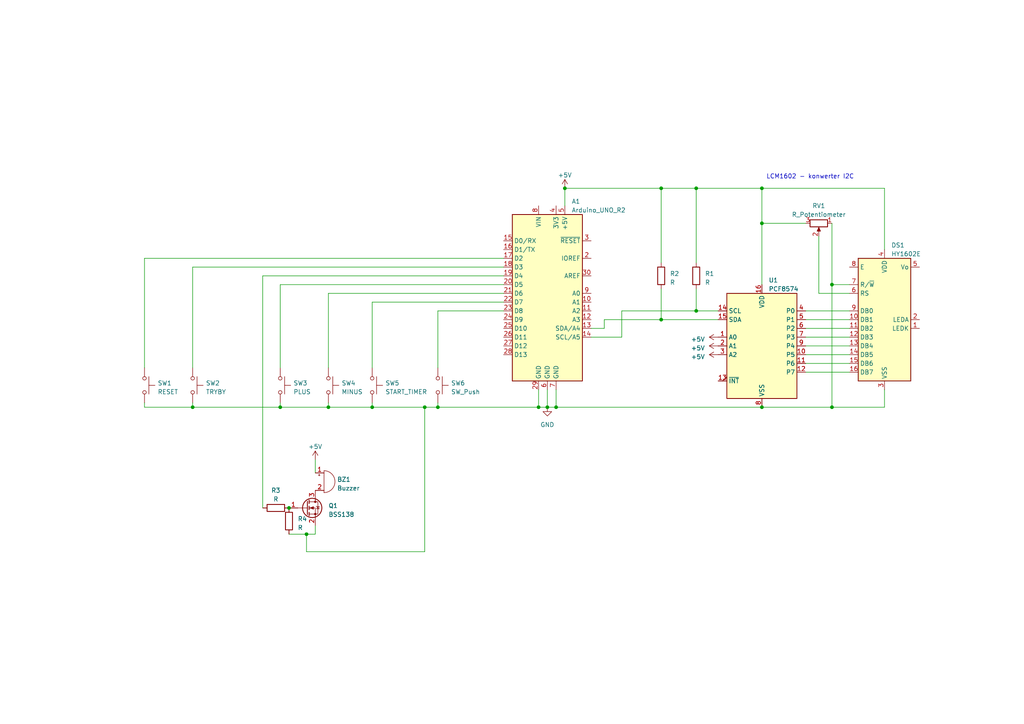
<source format=kicad_sch>
(kicad_sch (version 20230121) (generator eeschema)
  (paper "A4")
  (title_block (title "Zegar na Arduino Uno") (date "2023-06-02") (company "Zuzanna Gorczyca"))
  (lib_symbols
    (symbol "Device:Buzzer" (pin_names (offset 0.0254) hide)
      (property "Reference" "BZ" (at 3.81 1.27 0))
      (property "Value" "Buzzer" (at 3.81 -1.27 0))
      (symbol "Buzzer_0_1"
        (arc (start 0 -3.175) (mid 3.1612 0) (end 0 3.175))
        (polyline (pts (xy -1.651 1.905) (xy -1.143 1.905)))
        (polyline (pts (xy -1.397 2.159) (xy -1.397 1.651)))
        (polyline (pts (xy 0 3.175) (xy 0 -3.175)))
      )
      (symbol "Buzzer_1_1"
        (pin passive line (at -2.54 2.54 0) (length 2.54) (name "-") (number "1"))
        (pin passive line (at -2.54 -2.54 0) (length 2.54) (name "+") (number "2"))
      )
    )
    (symbol "Device:R" (pin_numbers hide) (pin_names (offset 0))
      (property "Reference" "R" (at 2.032 0 90))
      (property "Value" "R" (at 0 0 90))
      (symbol "R_0_1"
        (rectangle (start -1.016 -2.54) (end 1.016 2.54) (stroke (width 0.254)))
      )
      (symbol "R_1_1"
        (pin passive line (at 0 3.81 270) (length 1.27) (name "~") (number "1"))
        (pin passive line (at 0 -3.81 90) (length 1.27) (name "~") (number "2"))
      )
    )
    (symbol "Device:R_Potentiometer" (pin_names (offset 1.016) hide)
      (property "Reference" "RV" (at -4.445 0 90))
      (property "Value" "R_Potentiometer" (at -2.54 0 90))
      (symbol "R_Potentiometer_0_1"
        (polyline (pts (xy 2.54 0) (xy 1.524 0)))
        (polyline (pts (xy 1.143 0) (xy 2.286 0.508) (xy 2.286 -0.508) (xy 1.143 0)) (fill (type outline)))
        (rectangle (start 1.016 2.54) (end -1.016 -2.54) (stroke (width 0.254)))
      )
      (symbol "R_Potentiometer_1_1"
        (pin passive line (at 0 3.81 270) (length 1.27) (name "1") (number "1"))
        (pin passive line (at 3.81 0 180) (length 1.27) (name "2") (number "2"))
        (pin passive line (at 0 -3.81 90) (length 1.27) (name "3") (number "3"))
      )
    )
    (symbol "Display_Character:HY1602E"
      (property "Reference" "DS" (at -6.096 19.05 0))
      (property "Value" "HY1602E" (at 5.08 19.05 0))
      (symbol "HY1602E_0_1"
        (rectangle (start -7.62 17.78) (end 7.62 -17.78) (stroke (width 0.254)) (fill (type background)))
      )
      (symbol "HY1602E_1_1"
        (pin passive line (at 10.16 -2.54 180) (length 2.54) (name "LEDK") (number "1"))
        (pin bidirectional line (at -10.16 0 0) (length 2.54) (name "DB1") (number "10"))
        (pin bidirectional line (at -10.16 -2.54 0) (length 2.54) (name "DB2") (number "11"))
        (pin bidirectional line (at -10.16 -5.08 0) (length 2.54) (name "DB3") (number "12"))
        (pin bidirectional line (at -10.16 -7.62 0) (length 2.54) (name "DB4") (number "13"))
        (pin bidirectional line (at -10.16 -10.16 0) (length 2.54) (name "DB5") (number "14"))
        (pin bidirectional line (at -10.16 -12.7 0) (length 2.54) (name "DB6") (number "15"))
        (pin bidirectional line (at -10.16 -15.24 0) (length 2.54) (name "DB7") (number "16"))
        (pin passive line (at 10.16 0 180) (length 2.54) (name "LEDA") (number "2"))
        (pin power_in line (at 0 -20.32 90) (length 2.54) (name "VSS") (number "3"))
        (pin power_in line (at 0 20.32 270) (length 2.54) (name "VDD") (number "4"))
        (pin input line (at 10.16 15.24 180) (length 2.54) (name "Vo") (number "5"))
        (pin input line (at -10.16 7.62 0) (length 2.54) (name "RS") (number "6"))
        (pin input line (at -10.16 10.16 0) (length 2.54) (name "R/~{W}") (number "7"))
        (pin input line (at -10.16 15.24 0) (length 2.54) (name "E") (number "8"))
        (pin bidirectional line (at -10.16 2.54 0) (length 2.54) (name "DB0") (number "9"))
      )
    )
    (symbol "Interface_Expansion:PCF8574"
      (property "Reference" "U" (at -8.89 16.51 0))
      (property "Value" "PCF8574" (at 2.54 16.51 0))
      (symbol "PCF8574_0_1"
        (rectangle (start -10.16 15.24) (end 10.16 -15.24) (stroke (width 0.254)) (fill (type background)))
      )
      (symbol "PCF8574_1_1"
        (pin input line (at -12.7 2.54 0) (length 2.54) (name "A0") (number "1"))
        (pin bidirectional line (at 12.7 -2.54 180) (length 2.54) (name "P5") (number "10"))
        (pin bidirectional line (at 12.7 -5.08 180) (length 2.54) (name "P6") (number "11"))
        (pin bidirectional line (at 12.7 -7.62 180) (length 2.54) (name "P7") (number "12"))
        (pin open_collector output_low (at -12.7 -10.16 0) (length 2.54) (name "~{INT}") (number "13"))
        (pin input line (at -12.7 10.16 0) (length 2.54) (name "SCL") (number "14"))
        (pin bidirectional line (at -12.7 7.62 0) (length 2.54) (name "SDA") (number "15"))
        (pin power_in line (at 0 17.78 270) (length 2.54) (name "VDD") (number "16"))
        (pin input line (at -12.7 0 0) (length 2.54) (name "A1") (number "2"))
        (pin input line (at -12.7 -2.54 0) (length 2.54) (name "A2") (number "3"))
        (pin bidirectional line (at 12.7 10.16 180) (length 2.54) (name "P0") (number "4"))
        (pin bidirectional line (at 12.7 7.62 180) (length 2.54) (name "P1") (number "5"))
        (pin bidirectional line (at 12.7 5.08 180) (length 2.54) (name "P2") (number "6"))
        (pin bidirectional line (at 12.7 2.54 180) (length 2.54) (name "P3") (number "7"))
        (pin power_in line (at 0 -17.78 90) (length 2.54) (name "VSS") (number "8"))
        (pin bidirectional line (at 12.7 0 180) (length 2.54) (name "P4") (number "9"))
      )
    )
    (symbol "MCU_Module:Arduino_UNO_R2"
      (property "Reference" "A" (at -10.16 23.495 0))
      (property "Value" "Arduino_UNO_R2" (at 5.08 -26.67 0))
      (symbol "Arduino_UNO_R2_0_1"
        (rectangle (start -10.16 22.86) (end 10.16 -25.4) (stroke (width 0.254)) (fill (type background)))
      )
      (symbol "Arduino_UNO_R2_1_1"
        (pin no_connect line (at -10.16 -20.32 0) (length 2.54) hide (name "NC") (number "1"))
        (pin bidirectional line (at 12.7 -2.54 180) (length 2.54) (name "A1") (number "10"))
        (pin bidirectional line (at 12.7 -5.08 180) (length 2.54) (name "A2") (number "11"))
        (pin bidirectional line (at 12.7 -7.62 180) (length 2.54) (name "A3") (number "12"))
        (pin bidirectional line (at 12.7 -10.16 180) (length 2.54) (name "SDA/A4") (number "13"))
        (pin bidirectional line (at 12.7 -12.7 180) (length 2.54) (name "SCL/A5") (number "14"))
        (pin bidirectional line (at -12.7 15.24 0) (length 2.54) (name "D0/RX") (number "15"))
        (pin bidirectional line (at -12.7 12.7 0) (length 2.54) (name "D1/TX") (number "16"))
        (pin bidirectional line (at -12.7 10.16 0) (length 2.54) (name "D2") (number "17"))
        (pin bidirectional line (at -12.7 7.62 0) (length 2.54) (name "D3") (number "18"))
        (pin bidirectional line (at -12.7 5.08 0) (length 2.54) (name "D4") (number "19"))
        (pin output line (at 12.7 10.16 180) (length 2.54) (name "IOREF") (number "2"))
        (pin bidirectional line (at -12.7 2.54 0) (length 2.54) (name "D5") (number "20"))
        (pin bidirectional line (at -12.7 0 0) (length 2.54) (name "D6") (number "21"))
        (pin bidirectional line (at -12.7 -2.54 0) (length 2.54) (name "D7") (number "22"))
        (pin bidirectional line (at -12.7 -5.08 0) (length 2.54) (name "D8") (number "23"))
        (pin bidirectional line (at -12.7 -7.62 0) (length 2.54) (name "D9") (number "24"))
        (pin bidirectional line (at -12.7 -10.16 0) (length 2.54) (name "D10") (number "25"))
        (pin bidirectional line (at -12.7 -12.7 0) (length 2.54) (name "D11") (number "26"))
        (pin bidirectional line (at -12.7 -15.24 0) (length 2.54) (name "D12") (number "27"))
        (pin bidirectional line (at -12.7 -17.78 0) (length 2.54) (name "D13") (number "28"))
        (pin power_in line (at -2.54 -27.94 90) (length 2.54) (name "GND") (number "29"))
        (pin input line (at 12.7 15.24 180) (length 2.54) (name "~{RESET}") (number "3"))
        (pin input line (at 12.7 5.08 180) (length 2.54) (name "AREF") (number "30"))
        (pin power_out line (at 2.54 25.4 270) (length 2.54) (name "3V3") (number "4"))
        (pin power_out line (at 5.08 25.4 270) (length 2.54) (name "+5V") (number "5"))
        (pin power_in line (at 0 -27.94 90) (length 2.54) (name "GND") (number "6"))
        (pin power_in line (at 2.54 -27.94 90) (length 2.54) (name "GND") (number "7"))
        (pin power_in line (at -2.54 25.4 270) (length 2.54) (name "VIN") (number "8"))
        (pin bidirectional line (at 12.7 0 180) (length 2.54) (name "A0") (number "9"))
      )
    )
    (symbol "Switch:SW_Push" (pin_numbers hide) (pin_names (offset 1.016) hide)
      (property "Reference" "SW" (at 1.27 2.54 0))
      (property "Value" "SW_Push" (at 0 -1.524 0))
      (symbol "SW_Push_0_1"
        (circle (center -2.032 0) (radius 0.508))
        (polyline (pts (xy 0 1.27) (xy 0 3.048)))
        (polyline (pts (xy 2.54 1.27) (xy -2.54 1.27)))
        (circle (center 2.032 0) (radius 0.508))
        (pin passive line (at -5.08 0 0) (length 2.54) (name "1") (number "1"))
        (pin passive line (at 5.08 0 180) (length 2.54) (name "2") (number "2"))
      )
    )
    (symbol "Transistor_FET:BSS138" (pin_names hide)
      (property "Reference" "Q" (at 5.08 1.905 0))
      (property "Value" "BSS138" (at 5.08 0 0))
      (symbol "BSS138_0_1"
        (polyline (pts (xy 0.254 0) (xy -2.54 0)))
        (polyline (pts (xy 0.254 1.905) (xy 0.254 -1.905)) (stroke (width 0.254)))
        (polyline (pts (xy 0.762 -1.27) (xy 0.762 -2.286)) (stroke (width 0.254)))
        (polyline (pts (xy 0.762 0.508) (xy 0.762 -0.508)) (stroke (width 0.254)))
        (polyline (pts (xy 0.762 2.286) (xy 0.762 1.27)) (stroke (width 0.254)))
        (polyline (pts (xy 2.54 2.54) (xy 2.54 1.778)))
        (polyline (pts (xy 2.54 -2.54) (xy 2.54 0) (xy 0.762 0)))
        (polyline (pts (xy 0.762 -1.778) (xy 3.302 -1.778) (xy 3.302 1.778) (xy 0.762 1.778)))
        (polyline (pts (xy 1.016 0) (xy 2.032 0.381) (xy 2.032 -0.381) (xy 1.016 0)) (fill (type outline)))
        (polyline (pts (xy 2.794 0.508) (xy 2.921 0.381) (xy 3.683 0.381) (xy 3.81 0.254)))
        (polyline (pts (xy 3.302 0.381) (xy 2.921 -0.254) (xy 3.683 -0.254) (xy 3.302 0.381)))
        (circle (center 1.651 0) (radius 2.794) (stroke (width 0.254)))
        (circle (center 2.54 -1.778) (radius 0.254) (fill (type outline)))
        (circle (center 2.54 1.778) (radius 0.254) (fill (type outline)))
      )
      (symbol "BSS138_1_1"
        (pin input line (at -5.08 0 0) (length 2.54) (name "G") (number "1"))
        (pin passive line (at 2.54 -5.08 90) (length 2.54) (name "S") (number "2"))
        (pin passive line (at 2.54 5.08 270) (length 2.54) (name "D") (number "3"))
      )
    )
    (symbol "power:+5V" (power) (pin_names (offset 0))
      (property "Value" "+5V" (at 0 3.556 0))
      (symbol "+5V_0_1"
        (polyline (pts (xy -0.762 1.27) (xy 0 2.54)))
        (polyline (pts (xy 0 0) (xy 0 2.54)))
        (polyline (pts (xy 0 2.54) (xy 0.762 1.27)))
      )
      (symbol "+5V_1_1"
        (pin power_in line (at 0 0 90) (length 0) hide (name "+5V") (number "1"))
      )
    )
    (symbol "power:GND" (power) (pin_names (offset 0))
      (property "Value" "GND" (at 0 -3.81 0))
      (symbol "GND_0_1"
        (polyline (pts (xy 0 0) (xy 0 -1.27) (xy 1.27 -1.27) (xy 0 -2.54) (xy -1.27 -1.27) (xy 0 -1.27)))
      )
      (symbol "GND_1_1"
        (pin power_in line (at 0 0 270) (length 0) hide (name "GND") (number "1"))
      )
    )
  )
  (junction (at 83.82 147.32))
  (junction (at 220.98 54.61))
  (junction (at 81.28 118.11))
  (junction (at 201.93 54.61))
  (junction (at 55.88 118.11))
  (junction (at 191.77 92.71))
  (junction (at 123.19 118.11))
  (junction (at 220.98 118.11))
  (junction (at 107.95 118.11))
  (junction (at 220.98 64.77))
  (junction (at 191.77 54.61))
  (junction (at 241.3 82.55))
  (junction (at 95.25 118.11))
  (junction (at 163.83 54.61))
  (junction (at 241.3 118.11))
  (junction (at 161.29 118.11))
  (junction (at 156.21 118.11))
  (junction (at 127 118.11))
  (junction (at 88.9 154.94))
  (junction (at 158.75 118.11))
  (junction (at 201.93 90.17))
  (wire (pts (xy 233.68 95.25) (xy 246.38 95.25)))
  (wire (pts (xy 107.95 87.63) (xy 146.05 87.63)))
  (wire (pts (xy 220.98 64.77) (xy 233.68 64.77)))
  (wire (pts (xy 55.88 116.84) (xy 55.88 118.11)))
  (wire (pts (xy 233.68 92.71) (xy 246.38 92.71)))
  (wire (pts (xy 233.68 97.79) (xy 246.38 97.79)))
  (wire (pts (xy 233.68 102.87) (xy 246.38 102.87)))
  (wire (pts (xy 107.95 116.84) (xy 107.95 118.11)))
  (wire (pts (xy 95.25 85.09) (xy 146.05 85.09)))
  (wire (pts (xy 88.9 154.94) (xy 88.9 160.02)))
  (wire (pts (xy 220.98 64.77) (xy 220.98 54.61)))
  (wire (pts (xy 241.3 82.55) (xy 246.38 82.55)))
  (wire (pts (xy 201.93 83.82) (xy 201.93 90.17)))
  (wire (pts (xy 41.91 116.84) (xy 41.91 118.11)))
  (wire (pts (xy 81.28 82.55) (xy 146.05 82.55)))
  (wire (pts (xy 241.3 118.11) (xy 256.54 118.11)))
  (wire (pts (xy 201.93 76.2) (xy 201.93 54.61)))
  (wire (pts (xy 191.77 92.71) (xy 208.28 92.71)))
  (wire (pts (xy 88.9 160.02) (xy 123.19 160.02)))
  (wire (pts (xy 81.28 106.68) (xy 81.28 82.55)))
  (wire (pts (xy 55.88 118.11) (xy 81.28 118.11)))
  (wire (pts (xy 156.21 118.11) (xy 158.75 118.11)))
  (wire (pts (xy 107.95 118.11) (xy 123.19 118.11)))
  (wire (pts (xy 158.75 113.03) (xy 158.75 118.11)))
  (wire (pts (xy 256.54 54.61) (xy 220.98 54.61)))
  (wire (pts (xy 55.88 106.68) (xy 55.88 77.47)))
  (wire (pts (xy 95.25 106.68) (xy 95.25 85.09)))
  (wire (pts (xy 163.83 54.61) (xy 163.83 59.69)))
  (wire (pts (xy 83.82 154.94) (xy 88.9 154.94)))
  (wire (pts (xy 41.91 118.11) (xy 55.88 118.11)))
  (wire (pts (xy 163.83 54.61) (xy 191.77 54.61)))
  (wire (pts (xy 256.54 113.03) (xy 256.54 118.11)))
  (wire (pts (xy 81.28 118.11) (xy 95.25 118.11)))
  (wire (pts (xy 191.77 83.82) (xy 191.77 92.71)))
  (wire (pts (xy 41.91 74.93) (xy 146.05 74.93)))
  (wire (pts (xy 220.98 118.11) (xy 161.29 118.11)))
  (wire (pts (xy 180.34 90.17) (xy 180.34 97.79)))
  (wire (pts (xy 180.34 90.17) (xy 201.93 90.17)))
  (wire (pts (xy 76.2 80.01) (xy 146.05 80.01)))
  (wire (pts (xy 237.49 85.09) (xy 246.38 85.09)))
  (wire (pts (xy 233.68 107.95) (xy 246.38 107.95)))
  (wire (pts (xy 191.77 54.61) (xy 201.93 54.61)))
  (wire (pts (xy 107.95 106.68) (xy 107.95 87.63)))
  (wire (pts (xy 127 106.68) (xy 127 90.17)))
  (wire (pts (xy 220.98 82.55) (xy 220.98 64.77)))
  (wire (pts (xy 233.68 90.17) (xy 246.38 90.17)))
  (wire (pts (xy 76.2 147.32) (xy 76.2 80.01)))
  (wire (pts (xy 88.9 154.94) (xy 91.44 154.94)))
  (wire (pts (xy 233.68 105.41) (xy 246.38 105.41)))
  (wire (pts (xy 158.75 118.11) (xy 161.29 118.11)))
  (wire (pts (xy 175.26 92.71) (xy 191.77 92.71)))
  (wire (pts (xy 175.26 95.25) (xy 175.26 92.71)))
  (wire (pts (xy 81.28 116.84) (xy 81.28 118.11)))
  (wire (pts (xy 241.3 64.77) (xy 241.3 82.55)))
  (wire (pts (xy 156.21 113.03) (xy 156.21 118.11)))
  (wire (pts (xy 95.25 118.11) (xy 107.95 118.11)))
  (wire (pts (xy 127 90.17) (xy 146.05 90.17)))
  (wire (pts (xy 55.88 77.47) (xy 146.05 77.47)))
  (wire (pts (xy 171.45 95.25) (xy 175.26 95.25)))
  (wire (pts (xy 241.3 82.55) (xy 241.3 118.11)))
  (wire (pts (xy 201.93 90.17) (xy 208.28 90.17)))
  (wire (pts (xy 191.77 54.61) (xy 191.77 76.2)))
  (wire (pts (xy 123.19 160.02) (xy 123.19 118.11)))
  (wire (pts (xy 220.98 118.11) (xy 241.3 118.11)))
  (wire (pts (xy 41.91 106.68) (xy 41.91 74.93)))
  (wire (pts (xy 127 118.11) (xy 123.19 118.11)))
  (wire (pts (xy 233.68 100.33) (xy 246.38 100.33)))
  (wire (pts (xy 127 116.84) (xy 127 118.11)))
  (wire (pts (xy 95.25 116.84) (xy 95.25 118.11)))
  (wire (pts (xy 201.93 54.61) (xy 220.98 54.61)))
  (wire (pts (xy 91.44 133.35) (xy 91.44 137.16)))
  (wire (pts (xy 127 118.11) (xy 156.21 118.11)))
  (wire (pts (xy 161.29 118.11) (xy 161.29 113.03)))
  (wire (pts (xy 256.54 72.39) (xy 256.54 54.61)))
  (wire (pts (xy 91.44 152.4) (xy 91.44 154.94)))
  (wire (pts (xy 237.49 68.58) (xy 237.49 85.09)))
  (wire (pts (xy 180.34 97.79) (xy 171.45 97.79)))
  (text "LCM1602 - konwerter I2C" (at 222.25 52.07 0) (effects (font (size 1.27 1.27)) (justify left bottom)))
  (text "(lib_symbols\n  (symbol \"Device:Buzzer\" (pin_names (offset 0.0254) hide) (in_bom yes) (on_board yes)\n    (property \"Reference\" \"BZ\" (at 3.81 1.27 0)\n      (effects (font (size 1.27 1.27)) (justify left))\n    )\n    (property \"Value\" \"Buzzer\" (at 3.81 -1.27 0)\n      (effects (font (size 1.27 1.27)) (justify left))\n    )\n    (property \"Footprint\" \"\" (at -0.635 2.54 90)\n      (effects (font (size 1.27 1.27)) hide)\n    )\n    (property \"Datasheet\" \"~\" (at -0.635 2.54 90)\n      (effects (font (size 1.27 1.27)) hide)\n    )\n    (property \"ki_keywords\" \"quartz resonator ceramic\" (at 0 0 0)\n      (effects (font (size 1.27 1.27)) hide)\n    )\n    (property \"ki_description\" \"Buzzer, polarized\" (at 0 0 0)\n      (effects (font (size 1.27 1.27)) hide)\n    )\n    (property \"ki_fp_filters\" \"Buzzer\" (at 0 0 0)\n      (effects (font (size 1.27 1.27)) hide)\n    )\n    (symbol \"Buzzer_0_1\"\n      (arc (start 0 -3.175) (mid 3.1612 0) (end 0 3.175)\n        (stroke (width 0) (type default))\n        (fill (type none))\n      )\n      (polyline\n        (pts\n          (xy -1.651 1.905)\n          (xy -1.143 1.905)\n        )\n        (stroke (width 0) (type default))\n        (fill (type none))\n      )\n      (polyline\n        (pts\n          (xy -1.397 2.159)\n          (xy -1.397 1.651)\n        )\n        (stroke (width 0) (type default))\n        (fill (type none))\n      )\n      (polyline\n        (pts\n          (xy 0 3.175)\n          (xy 0 -3.175)\n        )\n        (stroke (width 0) (type default))\n        (fill (type none))\n      )\n    )\n    (symbol \"Buzzer_1_1\"\n      (pin passive line (at -2.54 2.54 0) (length 2.54)\n        (name \"-\" (effects (font (size 1.27 1.27))))\n        (number \"1\" (effects (font (size 1.27 1.27))))\n      )\n      (pin passive line (at -2.54 -2.54 0) (length 2.54)\n        (name \"+\" (effects (font (size 1.27 1.27))))\n        (number \"2\" (effects (font (size 1.27 1.27))))\n      )\n    )\n  )\n  (symbol \"Device:R\" (pin_numbers hide) (pin_names (offset 0)) (in_bom yes) (on_board yes)\n    (property \"Reference\" \"R\" (at 2.032 0 90)\n      (effects (font (size 1.27 1.27)))\n    )\n    (property \"Value\" \"R\" (at 0 0 90)\n      (effects (font (size 1.27 1.27)))\n    )\n    (property \"Footprint\" \"\" (at -1.778 0 90)\n      (effects (font (size 1.27 1.27)) hide)\n    )\n    (property \"Datasheet\" \"~\" (at 0 0 0)\n      (effects (font (size 1.27 1.27)) hide)\n    )\n    (property \"ki_keywords\" \"R res resistor\" (at 0 0 0)\n      (effects (font (size 1.27 1.27)) hide)\n    )\n    (property \"ki_description\" \"Resistor\" (at 0 0 0)\n      (effects (font (size 1.27 1.27)) hide)\n    )\n    (property \"ki_fp_filters\" \"R_*\" (at 0 0 0)\n      (effects (font (size 1.27 1.27)) hide)\n    )\n    (symbol \"R_0_1\"\n      (rectangle (start -1.016 -2.54) (end 1.016 2.54)\n        (stroke (width 0.254) (type default))\n        (fill (type none))\n      )\n    )\n    (symbol \"R_1_1\"\n      (pin passive line (at 0 3.81 270) (length 1.27)\n        (name \"~\" (effects (font (size 1.27 1.27))))\n        (number \"1\" (effects (font (size 1.27 1.27))))\n      )\n      (pin passive line (at 0 -3.81 90) (length 1.27)\n        (name \"~\" (effects (font (size 1.27 1.27))))\n        (number \"2\" (effects (font (size 1.27 1.27))))\n      )\n    )\n  )\n  (symbol \"Transistor_FET:BSS138\" (pin_names hide) (in_bom yes) (on_board yes)\n    (property \"Reference\" \"Q\" (at 5.08 1.905 0)\n      (effects (font (size 1.27 1.27)) (justify left))\n    )\n    (property \"Value\" \"BSS138\" (at 5.08 0 0)\n      (effects (font (size 1.27 1.27)) (justify left))\n    )\n    (property \"Footprint\" \"Package_TO_SOT_SMD:SOT-23\" (at 5.08 -1.905 0)\n      (effects (font (size 1.27 1.27) italic) (justify left) hide)\n    )\n    (property \"Datasheet\" \"https://www.onsemi.com/pub/Collateral/BSS138-D.PDF\" (at 0 0 0)\n      (effects (font (size 1.27 1.27)) (justify left) hide)\n    )\n    (property \"ki_keywords\" \"N-Channel MOSFET\" (at 0 0 0)\n      (effects (font (size 1.27 1.27)) hide)\n    )\n    (property \"ki_description\" \"50V Vds, 0.22A Id, N-Channel MOSFET, SOT-23\" (at 0 0 0)\n      (effects (font (size 1.27 1.27)) hide)\n    )\n    (property \"ki_fp_filters\" \"SOT?23*\" (at 0 0 0)\n      (effects (font (size 1.27 1.27)) hide)\n    )\n    (symbol \"BSS138_0_1\"\n      (polyline\n        (pts\n          (xy 0.254 0)\n          (xy -2.54 0)\n        )\n        (stroke (width 0) (type default))\n        (fill (type none))\n      )\n      (polyline\n        (pts\n          (xy 0.254 1.905)\n          (xy 0.254 -1.905)\n        )\n        (stroke (width 0.254) (type default))\n        (fill (type none))\n      )\n      (polyline\n        (pts\n          (xy 0.762 -1.27)\n          (xy 0.762 -2.286)\n        )\n        (stroke (width 0.254) (type default))\n        (fill (type none))\n      )\n      (polyline\n        (pts\n          (xy 0.762 0.508)\n          (xy 0.762 -0.508)\n        )\n        (stroke (width 0.254) (type default))\n        (fill (type none))\n      )\n      (polyline\n        (pts\n          (xy 0.762 2.286)\n          (xy 0.762 1.27)\n        )\n        (stroke (width 0.254) (type default))\n        (fill (type none))\n      )\n      (polyline\n        (pts\n          (xy 2.54 2.54)\n          (xy 2.54 1.778)\n        )\n        (stroke (width 0) (type default))\n        (fill (type none))\n      )\n      (polyline\n        (pts\n          (xy 2.54 -2.54)\n          (xy 2.54 0)\n          (xy 0.762 0)\n        )\n        (stroke (width 0) (type default))\n        (fill (type none))\n      )\n      (polyline\n        (pts\n          (xy 0.762 -1.778)\n          (xy 3.302 -1.778)\n          (xy 3.302 1.778)\n          (xy 0.762 1.778)\n        )\n        (stroke (width 0) (type default))\n        (fill (type none))\n      )\n      (polyline\n        (pts\n          (xy 1.016 0)\n          (xy 2.032 0.381)\n          (xy 2.032 -0.381)\n          (xy 1.016 0)\n        )\n        (stroke (width 0) (type default))\n        (fill (type outline))\n      )\n      (polyline\n        (pts\n          (xy 2.794 0.508)\n          (xy 2.921 0.381)\n          (xy 3.683 0.381)\n          (xy 3.81 0.254)\n        )\n        (stroke (width 0) (type default))\n        (fill (type none))\n      )\n      (polyline\n        (pts\n          (xy 3.302 0.381)\n          (xy 2.921 -0.254)\n          (xy 3.683 -0.254)\n          (xy 3.302 0.381)\n        )\n        (stroke (width 0) (type default))\n        (fill (type none))\n      )\n      (circle (center 1.651 0) (radius 2.794)\n        (stroke (width 0.254) (type default))\n        (fill (type none))\n      )\n      (circle (center 2.54 -1.778) (radius 0.254)\n        (stroke (width 0) (type default))\n        (fill (type outline))\n      )\n      (circle (center 2.54 1.778) (radius 0.254)\n        (stroke (width 0) (type default))\n        (fill (type outline))\n      )\n    )\n    (symbol \"BSS138_1_1\"\n      (pin input line (at -5.08 0 0) (length 2.54)\n        (name \"G\" (effects (font (size 1.27 1.27))))\n        (number \"1\" (effects (font (size 1.27 1.27))))\n      )\n      (pin passive line (at 2.54 -5.08 90) (length 2.54)\n        (name \"S\" (effects (font (size 1.27 1.27))))\n        (number \"2\" (effects (font (size 1.27 1.27))))\n      )\n      (pin passive line (at 2.54 5.08 270) (length 2.54)\n        (name \"D\" (effects (font (size 1.27 1.27))))\n        (number \"3\" (effects (font (size 1.27 1.27))))\n      )\n    )\n  )\n  (symbol \"power:+5V\" (power) (pin_names (offset 0)) (in_bom yes) (on_board yes)\n    (property \"Reference\" \"#PWR\" (at 0 -3.81 0)\n      (effects (font (size 1.27 1.27)) hide)\n    )\n    (property \"Value\" \"+5V\" (at 0 3.556 0)\n      (effects (font (size 1.27 1.27)))\n    )\n    (property \"Footprint\" \"\" (at 0 0 0)\n      (effects (font (size 1.27 1.27)) hide)\n    )\n    (property \"Datasheet\" \"\" (at 0 0 0)\n      (effects (font (size 1.27 1.27)) hide)\n    )\n    (property \"ki_keywords\" \"global power\" (at 0 0 0)\n      (effects (font (size 1.27 1.27)) hide)\n    )\n    (property \"ki_description\" \"Power symbol creates a global label with name \\\"+5V\\\"\" (at 0 0 0)\n      (effects (font (size 1.27 1.27)) hide)\n    )\n    (symbol \"+5V_0_1\"\n      (polyline\n        (pts\n          (xy -0.762 1.27)\n          (xy 0 2.54)\n        )\n        (stroke (width 0) (type default))\n        (fill (type none))\n      )\n      (polyline\n        (pts\n          (xy 0 0)\n          (xy 0 2.54)\n        )\n        (stroke (width 0) (type default))\n        (fill (type none))\n      )\n      (polyline\n        (pts\n          (xy 0 2.54)\n          (xy 0.762 1.27)\n        )\n        (stroke (width 0) (type default))\n        (fill (type none))\n      )\n    )\n    (symbol \"+5V_1_1\"\n      (pin power_in line (at 0 0 90) (length 0) hide\n        (name \"+5V\" (effects (font (size 1.27 1.27))))\n        (number \"1\" (effects (font (size 1.27 1.27))))\n      )\n    )\n  )\n)\n\n(junction (at 217.17 144.78) (diameter 0) (color 0 0 0 0)\n  (uuid b24d92fd-561b-429d-a004-aae53b09fff2)\n)\n(junction (at 217.17 152.4) (diameter 0) (color 0 0 0 0)\n  (uuid e16de6a4-fde7-4c0a-90d2-7139cc717f53)\n)\n(wire (pts (xy 217.17 152.4) (xy 224.79 152.4))\n  (stroke (width 0) (type default))\n  (uuid 090843a9-7ad5-4e45-8f11-869aa2949ebc)\n)\n(wire (pts (xy 224.79 130.81) (xy 224.79 134.62))\n  (stroke (width 0) (type default))\n  (uuid 00002052-8ebc-4c22-9457-e21c41869ad3)\n)\n(wire (pts (xy 224.79 149.86) (xy 224.79 152.4))\n  (stroke (width 0) (type default))\n  (uuid 7ec44269-d7aa-46e3-af09-18936c0a60dc)\n)\n(symbol (lib_id \"Device:R\") (at 217.17 148.59 0) (unit 1)\n  (in_bom yes) (on_board yes) (dnp no) (fields_autoplaced)\n  (uuid 1b6b1c3e-0db5-434d-9daa-860e50b05765)\n  (property \"Reference\" \"R2\" (at 219.71 147.955 0)\n    (effects (font (size 1.27 1.27)) (justify left))\n  )\n  (property \"Value\" \"R\" (at 219.71 150.495 0)\n    (effects (font (size 1.27 1.27)) (justify left))\n  )\n  (property \"Footprint\" \"\" (at 215.392 148.59 90)\n    (effects (font (size 1.27 1.27)) hide)\n  )\n  (property \"Datasheet\" \"~\" (at 217.17 148.59 0)\n    (effects (font (size 1.27 1.27)) hide)\n  )\n  (pin \"1\" (uuid 5ca0a56d-a67e-4878-b518-69706427a1d6))\n  (pin \"2\" (uuid 30ac4bf6-2df2-42d9-a5ad-62dddbccece1))\n  (instances\n    (project \"Lab_2\"\n      (path \"/9042a2b3-f561-4c03-a7ab-953c9bb6cd4a\"\n        (reference \"R2\") (unit 1)\n      )\n    )\n  )\n)\n(symbol (lib_id \"Transistor_FET:BSS138\") (at 222.25 144.78 0) (unit 1)\n  (in_bom yes) (on_board yes) (dnp no) (fields_autoplaced)\n  (uuid aed336c1-006c-44a6-b2a9-c3678fa94312)\n  (property \"Reference\" \"Q1\" (at 228.6 144.145 0)\n    (effects (font (size 1.27 1.27)) (justify left))\n  )\n  (property \"Value\" \"BSS138\" (at 228.6 146.685 0)\n    (effects (font (size 1.27 1.27)) (justify left))\n  )\n  (property \"Footprint\" \"Package_TO_SOT_SMD:SOT-23\" (at 227.33 146.685 0)\n    (effects (font (size 1.27 1.27) italic) (justify left) hide)\n  )\n  (property \"Datasheet\" \"https://www.onsemi.com/pub/Collateral/BSS138-D.PDF\" (at 222.25 144.78 0)\n    (effects (font (size 1.27 1.27)) (justify left) hide)\n  )\n  (pin \"1\" (uuid d434ebf6-98e9-4a8b-b4d0-6356e6efbacc))\n  (pin \"2\" (uuid b809b9f0-0a25-4217-b42c-14b7b049e8ca))\n  (pin \"3\" (uuid 1591afda-b10b-42c9-91b9-0fd88b2b8249))\n  (instances\n    (project \"Lab_2\"\n      (path \"/9042a2b3-f561-4c03-a7ab-953c9bb6cd4a\"\n        (reference \"Q1\") (unit 1)\n      )\n    )\n  )\n)\n(symbol (lib_id \"Device:R\") (at 213.36 144.78 90) (unit 1)\n  (in_bom yes) (on_board yes) (dnp no) (fields_autoplaced)\n  (uuid c21a035f-78e6-4606-afef-fc0a5b33fa4b)\n  (property \"Reference\" \"R1\" (at 213.36 139.7 90)\n    (effects (font (size 1.27 1.27)))\n  )\n  (property \"Value\" \"R\" (at 213.36 142.24 90)\n    (effects (font (size 1.27 1.27)))\n  )\n  (property \"Footprint\" \"\" (at 213.36 146.558 90)\n    (effects (font (size 1.27 1.27)) hide)\n  )\n  (property \"Datasheet\" \"~\" (at 213.36 144.78 0)\n    (effects (font (size 1.27 1.27)) hide)\n  )\n  (pin \"1\" (uuid e7fe8c32-0830-4de4-9bfc-75c498107ec0))\n  (pin \"2\" (uuid f025d45b-8e8f-4e57-ade5-a2df44b274d0))\n  (instances\n    (project \"Lab_2\"\n      (path \"/9042a2b3-f561-4c03-a7ab-953c9bb6cd4a\"\n        (reference \"R1\") (unit 1)\n      )\n    )\n  )\n)\n(symbol (lib_id \"power:+5V\") (at 224.79 130.81 0) (unit 1)\n  (in_bom yes) (on_board yes) (dnp no) (fields_autoplaced)\n  (uuid ee8d62d5-20e1-455c-8de8-17ed73ad3503)\n  (property \"Reference\" \"#PWR011\" (at 224.79 134.62 0)\n    (effects (font (size 1.27 1.27)) hide)\n  )\n  (property \"Value\" \"+5V\" (at 224.79 127 0)\n    (effects (font (size 1.27 1.27)))\n  )\n  (property \"Footprint\" \"\" (at 224.79 130.81 0)\n    (effects (font (size 1.27 1.27)) hide)\n  )\n  (property \"Datasheet\" \"\" (at 224.79 130.81 0)\n    (effects (font (size 1.27 1.27)) hide)\n  )\n  (pin \"1\" (uuid 74c8ee10-004d-486b-af87-7848e3aa4dcc))\n  (instances\n    (project \"Lab_2\"\n      (path \"/9042a2b3-f561-4c03-a7ab-953c9bb6cd4a\"\n        (reference \"#PWR011\") (unit 1)\n      )\n    )\n  )\n)\n(symbol (lib_id \"Device:Buzzer\") (at 227.33 137.16 0) (unit 1)\n  (in_bom yes) (on_board yes) (dnp no)\n  (uuid 9e6af4d4-eec9-4fbc-b2e9-af1dd0b01e62)\n  (property \"Reference\" \"BZ1\" (at 231.14 136.525 0)\n    (effects (font (size 1.27 1.27)) (justify left))\n  )\n  (property \"Value\" \"Buzzer\" (at 231.14 139.065 0)\n    (effects (font (size 1.27 1.27)) (justify left))\n  )\n  (property \"Footprint\" \"\" (at 226.695 134.62 90)\n    (effects (font (size 1.27 1.27)) hide)\n  )\n  (property \"Datasheet\" \"~\" (at 226.695 134.62 90)\n    (effects (font (size 1.27 1.27)) hide)\n  )\n  (pin \"1\" (uuid 955d86ef-f561-4f0e-8e9a-ccb12a2018c5))\n  (pin \"2\" (uuid e2de6c21-bcb3-43b7-918d-32e2d1189683))\n  (instances\n    (project \"Lab_2\"\n      (path \"/9042a2b3-f561-4c03-a7ab-953c9bb6cd4a\"\n        (reference \"BZ1\") (unit 1)\n      )\n    )\n  )\n)\nNapisz do: Maciek Danik\n\n\nMosiek wysłał(a),\n(lib_symbols (symbol \"Device:Buzzer\" (pin_names (offset 0.0254) hide) (in_bom yes) (on_board yes) (property \"Reference\" \"BZ\" (at 3.81 1.27 0) (effects (font (size 1.27 1.27)) (justify left))" (at -21.59 -21.59 0) (effects (font (size 1.27 1.27)) (justify left bottom)))
  (symbol (lib_id "Switch:SW_Push") (at 41.91 111.76 270) (unit 1)
    (property "Reference" "SW1" (at 45.72 111.125 90) (effects (justify left)))
    (property "Value" "RESET" (at 45.72 113.665 90) (effects (justify left)))
  )
  (symbol (lib_id "Device:Buzzer") (at 93.98 139.7 0) (unit 1)
    (property "Reference" "BZ1" (at 97.79 139.065 0) (effects (justify left)))
    (property "Value" "Buzzer" (at 97.79 141.605 0) (effects (justify left)))
  )
  (symbol (lib_id "Switch:SW_Push") (at 95.25 111.76 270) (unit 1)
    (property "Reference" "SW4" (at 99.06 111.125 90) (effects (justify left)))
    (property "Value" "MINUS" (at 99.06 113.665 90) (effects (justify left)))
  )
  (symbol (lib_id "Device:R") (at 201.93 80.01 0) (unit 1)
    (property "Reference" "R1" (at 204.47 79.375 0) (effects (justify left)))
    (property "Value" "R" (at 204.47 81.915 0) (effects (justify left)))
  )
  (symbol (lib_id "power:+5V") (at 163.83 54.61 0) (unit 1)
    (property "Reference" "#PWR01" (effects hide))
    (property "Value" "+5V" (at 163.83 50.8 0))
  )
  (symbol (lib_id "Display_Character:HY1602E") (at 256.54 92.71 0) (unit 1)
    (property "Reference" "DS1" (at 258.4959 71.12 0) (effects (justify left)))
    (property "Value" "HY1602E" (at 258.4959 73.66 0) (effects (justify left)))
    (property "Footprint" "Display:HY1602E" (effects hide))
    (property "Datasheet" "http://www.icbank.com/data/ICBShop/board/HY1602E.pdf" (effects hide))
  )
  (symbol (lib_id "power:+5V") (at 91.44 133.35 0) (unit 1)
    (property "Reference" "#PWR06" (effects hide))
    (property "Value" "+5V" (at 91.44 129.54 0))
  )
  (symbol (lib_id "Transistor_FET:BSS138") (at 88.9 147.32 0) (unit 1)
    (property "Reference" "Q1" (at 95.25 146.685 0) (effects (justify left)))
    (property "Value" "BSS138" (at 95.25 149.225 0) (effects (justify left)))
    (property "Footprint" "Package_TO_SOT_SMD:SOT-23" (effects hide))
    (property "Datasheet" "https://www.onsemi.com/pub/Collateral/BSS138-D.PDF" (effects hide))
  )
  (symbol (lib_id "MCU_Module:Arduino_UNO_R2") (at 158.75 85.09 0) (unit 1)
    (property "Reference" "A1" (at 165.7859 58.42 0) (effects (justify left)))
    (property "Value" "Arduino_UNO_R2" (at 165.7859 60.96 0) (effects (justify left)))
    (property "Footprint" "Module:Arduino_UNO_R2" (effects hide))
    (property "Datasheet" "https://www.arduino.cc/en/Main/arduinoBoardUno" (effects hide))
  )
  (symbol (lib_id "power:GND") (at 158.75 118.11 0) (unit 1)
    (property "Reference" "#PWR05" (effects hide))
    (property "Value" "GND" (at 158.75 123.19 0))
  )
  (symbol (lib_id "Switch:SW_Push") (at 55.88 111.76 270) (unit 1)
    (property "Reference" "SW2" (at 59.69 111.125 90) (effects (justify left)))
    (property "Value" "TRYBY" (at 59.69 113.665 90) (effects (justify left)))
  )
  (symbol (lib_id "power:+5V") (at 208.28 102.87 90) (unit 1)
    (property "Reference" "#PWR04" (effects hide))
    (property "Value" "+5V" (at 204.47 103.505 90) (effects (justify left)))
  )
  (symbol (lib_id "Switch:SW_Push") (at 127 111.76 270) (unit 1)
    (property "Reference" "SW6" (at 130.81 111.125 90) (effects (justify left)))
    (property "Value" "SW_Push" (at 130.81 113.665 90) (effects (justify left)))
  )
  (symbol (lib_id "Device:R") (at 80.01 147.32 90) (unit 1)
    (property "Reference" "R3" (at 80.01 142.24 90))
    (property "Value" "R" (at 80.01 144.78 90))
  )
  (symbol (lib_id "Switch:SW_Push") (at 107.95 111.76 270) (unit 1)
    (property "Reference" "SW5" (at 111.76 111.125 90) (effects (justify left)))
    (property "Value" "START_TIMER" (at 111.76 113.665 90) (effects (justify left)))
  )
  (symbol (lib_id "Device:R") (at 191.77 80.01 0) (unit 1)
    (property "Reference" "R2" (at 194.31 79.375 0) (effects (justify left)))
    (property "Value" "R" (at 194.31 81.915 0) (effects (justify left)))
  )
  (symbol (lib_id "power:+5V") (at 208.28 97.79 90) (unit 1)
    (property "Reference" "#PWR02" (effects hide))
    (property "Value" "+5V" (at 204.47 98.425 90) (effects (justify left)))
  )
  (symbol (lib_id "Device:R_Potentiometer") (at 237.49 64.77 270) (unit 1)
    (property "Reference" "RV1" (at 237.49 59.69 90))
    (property "Value" "R_Potentiometer" (at 237.49 62.23 90))
  )
  (symbol (lib_id "Interface_Expansion:PCF8574") (at 220.98 100.33 0) (unit 1)
    (property "Reference" "U1" (at 222.9359 81.28 0) (effects (justify left)))
    (property "Value" "PCF8574" (at 222.9359 83.82 0) (effects (justify left)))
    (property "Datasheet" "http://www.nxp.com/documents/data_sheet/PCF8574_PCF8574A.pdf" (effects hide))
  )
  (symbol (lib_id "Switch:SW_Push") (at 81.28 111.76 270) (unit 1)
    (property "Reference" "SW3" (at 85.09 111.125 90) (effects (justify left)))
    (property "Value" "PLUS" (at 85.09 113.665 90) (effects (justify left)))
  )
  (symbol (lib_id "power:+5V") (at 208.28 100.33 90) (unit 1)
    (property "Reference" "#PWR03" (effects hide))
    (property "Value" "+5V" (at 204.47 100.965 90) (effects (justify left)))
  )
  (symbol (lib_id "Device:R") (at 83.82 151.13 0) (unit 1)
    (property "Reference" "R4" (at 86.36 150.495 0) (effects (justify left)))
    (property "Value" "R" (at 86.36 153.035 0) (effects (justify left)))
  )
)
</source>
